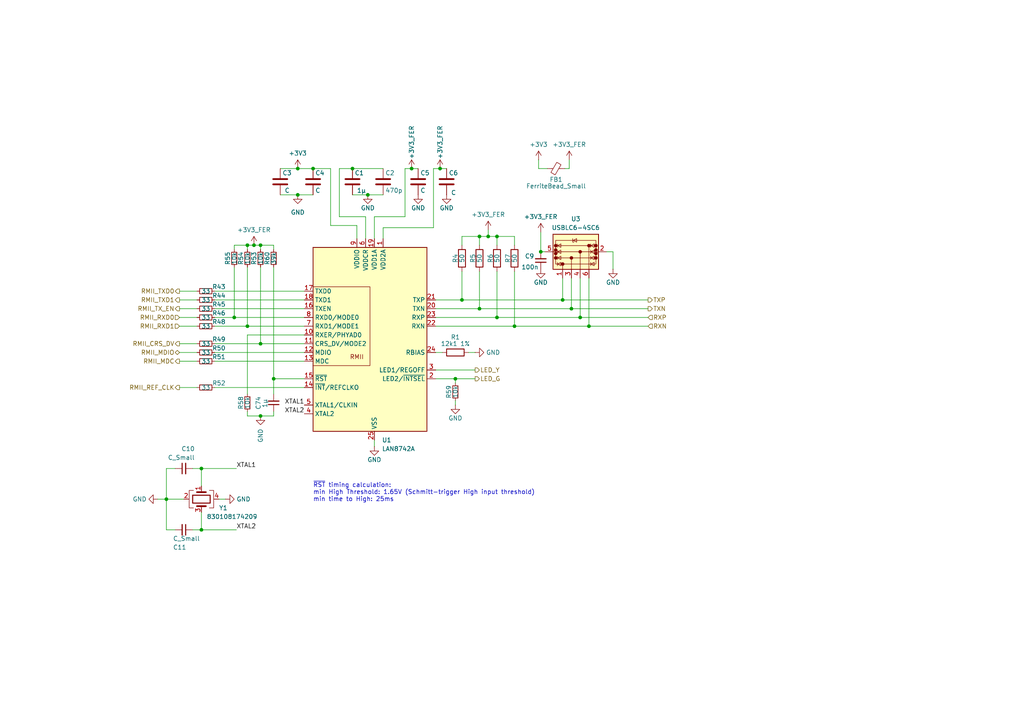
<source format=kicad_sch>
(kicad_sch (version 20231120) (generator "eeschema") (generator_version "8.0")
  (paper "A4")
  (lib_symbols
    (symbol "Device:C" (pin_numbers hide) (pin_names (offset 0.254))
      (property "Reference" "C" (at 0.635 2.54 0))
      (property "Value" "C" (at 0.635 -2.54 0))
      (symbol "C_0_1"
        (polyline (pts (xy -2.032 -0.762) (xy 2.032 -0.762)) (stroke (width 0.508)))
        (polyline (pts (xy -2.032 0.762) (xy 2.032 0.762)) (stroke (width 0.508)))
      )
      (symbol "C_1_1"
        (pin passive line (at 0 3.81 270) (length 2.794) (name "~") (number "1"))
        (pin passive line (at 0 -3.81 90) (length 2.794) (name "~") (number "2"))
      )
    )
    (symbol "Device:C_Small" (pin_numbers hide) (pin_names (offset 0.254) hide)
      (property "Reference" "C" (at 0.254 1.778 0))
      (property "Value" "C_Small" (at 0.254 -2.032 0))
      (symbol "C_Small_0_1"
        (polyline (pts (xy -1.524 -0.508) (xy 1.524 -0.508)) (stroke (width 0.3302)))
        (polyline (pts (xy -1.524 0.508) (xy 1.524 0.508)) (stroke (width 0.3048)))
      )
      (symbol "C_Small_1_1"
        (pin passive line (at 0 2.54 270) (length 2.032) (name "~") (number "1"))
        (pin passive line (at 0 -2.54 90) (length 2.032) (name "~") (number "2"))
      )
    )
    (symbol "Device:Crystal_GND24" (pin_names (offset 1.016) hide)
      (property "Reference" "Y" (at 3.175 5.08 0))
      (property "Value" "Crystal_GND24" (at 3.175 3.175 0))
      (symbol "Crystal_GND24_0_1"
        (rectangle (start -1.143 2.54) (end 1.143 -2.54) (stroke (width 0.3048)))
        (polyline (pts (xy -2.54 0) (xy -2.032 0)))
        (polyline (pts (xy -2.032 -1.27) (xy -2.032 1.27)) (stroke (width 0.508)))
        (polyline (pts (xy 0 -3.81) (xy 0 -3.556)))
        (polyline (pts (xy 0 3.556) (xy 0 3.81)))
        (polyline (pts (xy 2.032 -1.27) (xy 2.032 1.27)) (stroke (width 0.508)))
        (polyline (pts (xy 2.032 0) (xy 2.54 0)))
        (polyline (pts (xy -2.54 -2.286) (xy -2.54 -3.556) (xy 2.54 -3.556) (xy 2.54 -2.286)))
        (polyline (pts (xy -2.54 2.286) (xy -2.54 3.556) (xy 2.54 3.556) (xy 2.54 2.286)))
      )
      (symbol "Crystal_GND24_1_1"
        (pin passive line (at -3.81 0 0) (length 1.27) (name "1") (number "1"))
        (pin passive line (at 0 5.08 270) (length 1.27) (name "2") (number "2"))
        (pin passive line (at 3.81 0 180) (length 1.27) (name "3") (number "3"))
        (pin passive line (at 0 -5.08 90) (length 1.27) (name "4") (number "4"))
      )
    )
    (symbol "Device:FerriteBead_Small" (pin_numbers hide) (pin_names (offset 0))
      (property "Reference" "FB" (at 1.905 1.27 0))
      (property "Value" "FerriteBead_Small" (at 1.905 -1.27 0))
      (symbol "FerriteBead_Small_0_1"
        (polyline (pts (xy 0 -1.27) (xy 0 -0.7874)))
        (polyline (pts (xy 0 0.889) (xy 0 1.2954)))
        (polyline (pts (xy -1.8288 0.2794) (xy -1.1176 1.4986) (xy 1.8288 -0.2032) (xy 1.1176 -1.4224) (xy -1.8288 0.2794)))
      )
      (symbol "FerriteBead_Small_1_1"
        (pin passive line (at 0 2.54 270) (length 1.27) (name "~") (number "1"))
        (pin passive line (at 0 -2.54 90) (length 1.27) (name "~") (number "2"))
      )
    )
    (symbol "Device:R" (pin_numbers hide) (pin_names (offset 0))
      (property "Reference" "R" (at 2.032 0 90))
      (property "Value" "R" (at 0 0 90))
      (symbol "R_0_1"
        (rectangle (start -1.016 -2.54) (end 1.016 2.54) (stroke (width 0.254)))
      )
      (symbol "R_1_1"
        (pin passive line (at 0 3.81 270) (length 1.27) (name "~") (number "1"))
        (pin passive line (at 0 -3.81 90) (length 1.27) (name "~") (number "2"))
      )
    )
    (symbol "Device:R_Small" (pin_numbers hide) (pin_names (offset 0.254) hide)
      (property "Reference" "R" (at 0.762 0.508 0))
      (property "Value" "R_Small" (at 0.762 -1.016 0))
      (symbol "R_Small_0_1"
        (rectangle (start -0.762 1.778) (end 0.762 -1.778) (stroke (width 0.2032)))
      )
      (symbol "R_Small_1_1"
        (pin passive line (at 0 2.54 270) (length 0.762) (name "~") (number "1"))
        (pin passive line (at 0 -2.54 90) (length 0.762) (name "~") (number "2"))
      )
    )
    (symbol "Interface_Ethernet:LAN8742A"
      (property "Reference" "U" (at -13.97 29.21 0))
      (property "Value" "LAN8742A" (at 15.24 29.21 0))
      (symbol "LAN8742A_0_0"
        (text "RMII" (at -5.08 -3.81 0) (effects (font (size 1.27 1.27))))
      )
      (symbol "LAN8742A_0_1"
        (rectangle (start -17.78 27.94) (end 15.24 -25.4) (stroke (width 0.254)) (fill (type background)))
        (polyline (pts (xy -17.78 -6.35) (xy -1.27 -6.35) (xy -1.27 16.51) (xy -17.78 16.51)))
      )
      (symbol "LAN8742A_1_1"
        (pin power_in line (at 2.54 30.48 270) (length 2.54) (name "VDD2A") (number "1"))
        (pin output line (at -20.32 2.54 0) (length 2.54) (name "RXER/PHYAD0") (number "10"))
        (pin bidirectional line (at -20.32 0 0) (length 2.54) (name "CRS_DV/MODE2") (number "11"))
        (pin bidirectional line (at -20.32 -2.54 0) (length 2.54) (name "MDIO") (number "12"))
        (pin input line (at -20.32 -5.08 0) (length 2.54) (name "MDC") (number "13"))
        (pin output line (at -20.32 -12.7 0) (length 2.54) (name "~{INT}/REFCLKO") (number "14"))
        (pin input line (at -20.32 -10.16 0) (length 2.54) (name "~{RST}") (number "15"))
        (pin input line (at -20.32 10.16 0) (length 2.54) (name "TXEN") (number "16"))
        (pin input line (at -20.32 15.24 0) (length 2.54) (name "TXD0") (number "17"))
        (pin input line (at -20.32 12.7 0) (length 2.54) (name "TXD1") (number "18"))
        (pin power_in line (at 0 30.48 270) (length 2.54) (name "VDD1A") (number "19"))
        (pin bidirectional line (at 17.78 -10.16 180) (length 2.54) (name "LED2/~{INTSEL}") (number "2"))
        (pin passive line (at 17.78 10.16 180) (length 2.54) (name "TXN") (number "20"))
        (pin passive line (at 17.78 12.7 180) (length 2.54) (name "TXP") (number "21"))
        (pin passive line (at 17.78 5.08 180) (length 2.54) (name "RXN") (number "22"))
        (pin passive line (at 17.78 7.62 180) (length 2.54) (name "RXP") (number "23"))
        (pin passive line (at 17.78 -2.54 180) (length 2.54) (name "RBIAS") (number "24"))
        (pin power_in line (at 0 -27.94 90) (length 2.54) (name "VSS") (number "25"))
        (pin bidirectional line (at 17.78 -7.62 180) (length 2.54) (name "LED1/REGOFF") (number "3"))
        (pin output line (at -20.32 -20.32 0) (length 2.54) (name "XTAL2") (number "4"))
        (pin input line (at -20.32 -17.78 0) (length 2.54) (name "XTAL1/CLKIN") (number "5"))
        (pin power_in line (at -2.54 30.48 270) (length 2.54) (name "VDDCR") (number "6"))
        (pin bidirectional line (at -20.32 5.08 0) (length 2.54) (name "RXD1/MODE1") (number "7"))
        (pin bidirectional line (at -20.32 7.62 0) (length 2.54) (name "RXD0/MODE0") (number "8"))
        (pin power_in line (at -5.08 30.48 270) (length 2.54) (name "VDDIO") (number "9"))
      )
    )
    (symbol "Power_Protection:USBLC6-4SC6" (pin_names hide)
      (property "Reference" "U" (at 1.27 9.525 0))
      (property "Value" "USBLC6-4SC6" (at 1.27 6.985 0))
      (symbol "USBLC6-4SC6_0_0"
        (circle (center -3.556 2.54) (radius 0.0001) (stroke (width 0.508)))
        (circle (center -1.778 -7.112) (radius 0.0001) (stroke (width 0.508)))
        (circle (center -1.778 0) (radius 0.0001) (stroke (width 0.508)))
        (circle (center -1.778 4.572) (radius 0.0001) (stroke (width 0.508)))
        (circle (center -0.508 -7.112) (radius 0.0001) (stroke (width 0.508)))
        (circle (center -0.508 4.572) (radius 0.0001) (stroke (width 0.508)))
        (circle (center 0 -2.54) (radius 0.0001) (stroke (width 0.508)))
        (circle (center 0.508 -7.112) (radius 0.0001) (stroke (width 0.508)))
        (circle (center 0.508 4.572) (radius 0.0001) (stroke (width 0.508)))
        (circle (center 1.778 -7.112) (radius 0.0001) (stroke (width 0.508)))
        (circle (center 1.778 -5.08) (radius 0.0001) (stroke (width 0.508)))
        (circle (center 1.778 4.572) (radius 0.0001) (stroke (width 0.508)))
      )
      (symbol "USBLC6-4SC6_0_1"
        (polyline (pts (xy -5.08 -5.08) (xy 1.778 -5.08)))
        (polyline (pts (xy -5.08 -2.54) (xy 0 -2.54)))
        (polyline (pts (xy -5.08 0) (xy -1.778 0)))
        (polyline (pts (xy -5.08 2.54) (xy -3.556 2.54)))
        (polyline (pts (xy -4.064 -5.588) (xy -3.048 -5.588)))
        (polyline (pts (xy -3.048 4.064) (xy -4.064 4.064)))
        (polyline (pts (xy -2.286 -5.588) (xy -1.27 -5.588)))
        (polyline (pts (xy -2.286 4.064) (xy -1.27 4.064)))
        (polyline (pts (xy -0.508 -5.588) (xy 0.508 -5.588)))
        (polyline (pts (xy 0 5.08) (xy 0.508 4.572)))
        (polyline (pts (xy 0.508 -7.112) (xy -0.508 -7.112)))
        (polyline (pts (xy 0.508 4.064) (xy -0.508 4.064)))
        (polyline (pts (xy 1.27 4.064) (xy 2.286 4.064)))
        (polyline (pts (xy 2.286 -5.588) (xy 1.27 -5.588)))
        (polyline (pts (xy 2.794 -0.762) (xy 2.794 -0.381) (xy 3.81 -0.381)))
        (polyline (pts (xy -4.064 3.048) (xy -3.048 3.048) (xy -3.556 4.064) (xy -4.064 3.048)))
        (polyline (pts (xy -3.048 -6.604) (xy -4.064 -6.604) (xy -3.556 -5.588) (xy -3.048 -6.604)))
        (polyline (pts (xy -1.27 -6.604) (xy -2.286 -6.604) (xy -1.778 -5.588) (xy -1.27 -6.604)))
        (polyline (pts (xy -1.27 3.048) (xy -2.286 3.048) (xy -1.778 4.064) (xy -1.27 3.048)))
        (polyline (pts (xy -0.508 -6.604) (xy 0.508 -6.604) (xy 0 -5.588) (xy -0.508 -6.604)))
        (polyline (pts (xy -0.508 3.048) (xy 0.508 3.048) (xy 0 4.064) (xy -0.508 3.048)))
        (polyline (pts (xy 1.27 -6.604) (xy 2.286 -6.604) (xy 1.778 -5.588) (xy 1.27 -6.604)))
        (polyline (pts (xy 1.778 4.572) (xy 3.302 4.572) (xy 3.302 -7.112) (xy 1.778 -7.112)))
        (polyline (pts (xy 2.286 3.048) (xy 1.27 3.048) (xy 1.778 4.064) (xy 2.286 3.048)))
        (polyline (pts (xy 3.81 -1.524) (xy 2.794 -1.524) (xy 3.302 -0.508) (xy 3.81 -1.524)))
      )
      (symbol "USBLC6-4SC6_1_1"
        (rectangle (start -5.08 5.334) (end 5.08 -7.874) (stroke (width 0.254)) (fill (type background)))
        (polyline (pts (xy -1.778 4.572) (xy -3.556 4.572) (xy -3.556 -7.112) (xy -1.778 -7.112)))
        (polyline (pts (xy -0.508 4.572) (xy 1.778 4.572) (xy 1.778 -7.112) (xy 0.508 -7.112)))
        (polyline (pts (xy 0.508 -7.112) (xy 0 -6.604) (xy 0 4.064) (xy -0.508 4.572)))
        (polyline (pts (xy 0 -7.62) (xy -0.508 -7.112) (xy -1.778 -7.112) (xy -1.778 4.572) (xy -0.508 4.572)))
        (pin passive line (at -7.62 2.54 0) (length 2.54) (name "I/O1") (number "1"))
        (pin passive line (at 0 -10.16 90) (length 2.54) (name "GND") (number "2"))
        (pin passive line (at -7.62 0 0) (length 2.54) (name "I/O2") (number "3"))
        (pin passive line (at -7.62 -2.54 0) (length 2.54) (name "I/O3") (number "4"))
        (pin passive line (at 0 7.62 270) (length 2.54) (name "VBUS") (number "5"))
        (pin passive line (at -7.62 -5.08 0) (length 2.54) (name "I/O4") (number "6"))
      )
    )
    (symbol "power:+3V3" (power) (pin_numbers hide) (pin_names (offset 0) hide)
      (property "Value" "+3V3" (at 0 3.556 0))
      (symbol "+3V3_0_1"
        (polyline (pts (xy -0.762 1.27) (xy 0 2.54)))
        (polyline (pts (xy 0 0) (xy 0 2.54)))
        (polyline (pts (xy 0 2.54) (xy 0.762 1.27)))
      )
      (symbol "+3V3_1_1"
        (pin power_in line (at 0 0 90) (length 0) (name "~") (number "1"))
      )
    )
    (symbol "power:GND" (power) (pin_numbers hide) (pin_names (offset 0) hide)
      (property "Value" "GND" (at 0 -3.81 0))
      (symbol "GND_0_1"
        (polyline (pts (xy 0 0) (xy 0 -1.27) (xy 1.27 -1.27) (xy 0 -2.54) (xy -1.27 -1.27) (xy 0 -1.27)))
      )
      (symbol "GND_1_1"
        (pin power_in line (at 0 0 270) (length 0) (name "~") (number "1"))
      )
    )
  )
  (junction (at 79.375 109.855))
  (junction (at 90.805 48.895))
  (junction (at 132.08 109.855))
  (junction (at 71.755 94.615))
  (junction (at 119.38 48.895))
  (junction (at 170.815 94.615))
  (junction (at 149.225 94.615))
  (junction (at 75.565 120.65))
  (junction (at 73.66 71.12))
  (junction (at 133.985 86.995))
  (junction (at 86.36 56.515))
  (junction (at 127.635 48.895))
  (junction (at 168.275 92.075))
  (junction (at 48.26 144.78))
  (junction (at 144.145 92.075))
  (junction (at 165.735 89.535))
  (junction (at 67.945 92.075))
  (junction (at 141.605 68.58))
  (junction (at 71.755 71.12))
  (junction (at 58.42 135.89))
  (junction (at 139.065 89.535))
  (junction (at 75.565 71.12))
  (junction (at 163.195 86.995))
  (junction (at 75.565 99.695))
  (junction (at 139.065 68.58))
  (junction (at 86.36 48.895))
  (junction (at 144.145 68.58))
  (junction (at 156.845 73.025))
  (junction (at 102.235 48.895))
  (junction (at 58.42 153.67))
  (junction (at 106.68 56.515))
  (wire (pts (xy 125.73 48.895) (xy 125.73 66.04)))
  (wire (pts (xy 48.26 144.78) (xy 45.72 144.78)))
  (wire (pts (xy 139.065 68.58) (xy 141.605 68.58)))
  (wire (pts (xy 156.845 73.025) (xy 158.115 73.025)))
  (wire (pts (xy 71.755 71.12) (xy 71.755 72.39)))
  (wire (pts (xy 141.605 68.58) (xy 144.145 68.58)))
  (wire (pts (xy 170.815 80.645) (xy 170.815 94.615)))
  (wire (pts (xy 86.36 48.895) (xy 90.805 48.895)))
  (wire (pts (xy 139.065 78.74) (xy 139.065 89.535)))
  (wire (pts (xy 149.225 78.74) (xy 149.225 94.615)))
  (wire (pts (xy 165.735 89.535) (xy 187.96 89.535)))
  (wire (pts (xy 141.605 66.675) (xy 141.605 68.58)))
  (wire (pts (xy 133.985 71.12) (xy 133.985 68.58)))
  (wire (pts (xy 126.365 94.615) (xy 149.225 94.615)))
  (wire (pts (xy 71.755 97.155) (xy 71.755 114.3)))
  (wire (pts (xy 52.07 92.075) (xy 57.15 92.075)))
  (wire (pts (xy 62.23 89.535) (xy 88.265 89.535)))
  (wire (pts (xy 95.885 65.405) (xy 103.505 65.405)))
  (wire (pts (xy 62.23 92.075) (xy 67.945 92.075)))
  (wire (pts (xy 117.475 62.865) (xy 108.585 62.865)))
  (wire (pts (xy 52.07 102.235) (xy 57.15 102.235)))
  (wire (pts (xy 62.23 102.235) (xy 88.265 102.235)))
  (wire (pts (xy 52.07 94.615) (xy 57.15 94.615)))
  (wire (pts (xy 98.425 48.895) (xy 98.425 62.865)))
  (wire (pts (xy 52.07 89.535) (xy 57.15 89.535)))
  (wire (pts (xy 132.08 109.855) (xy 126.365 109.855)))
  (wire (pts (xy 156.21 48.895) (xy 158.75 48.895)))
  (wire (pts (xy 144.145 92.075) (xy 168.275 92.075)))
  (wire (pts (xy 75.565 77.47) (xy 75.565 99.695)))
  (wire (pts (xy 144.145 78.74) (xy 144.145 92.075)))
  (wire (pts (xy 79.375 72.39) (xy 79.375 71.12)))
  (wire (pts (xy 50.8 153.67) (xy 48.26 153.67)))
  (wire (pts (xy 102.235 56.515) (xy 106.68 56.515)))
  (wire (pts (xy 52.07 86.995) (xy 57.15 86.995)))
  (wire (pts (xy 165.735 80.645) (xy 165.735 89.535)))
  (wire (pts (xy 52.07 84.455) (xy 57.15 84.455)))
  (wire (pts (xy 63.5 144.78) (xy 65.405 144.78)))
  (wire (pts (xy 71.755 97.155) (xy 88.265 97.155)))
  (wire (pts (xy 156.21 46.355) (xy 156.21 48.895)))
  (wire (pts (xy 132.08 109.855) (xy 132.08 111.125)))
  (wire (pts (xy 133.985 86.995) (xy 163.195 86.995)))
  (wire (pts (xy 102.235 48.895) (xy 98.425 48.895)))
  (wire (pts (xy 81.28 48.895) (xy 86.36 48.895)))
  (wire (pts (xy 149.225 68.58) (xy 149.225 71.12)))
  (wire (pts (xy 62.23 104.775) (xy 88.265 104.775)))
  (wire (pts (xy 71.755 71.12) (xy 73.66 71.12)))
  (wire (pts (xy 67.945 92.075) (xy 88.265 92.075)))
  (wire (pts (xy 58.42 135.89) (xy 58.42 140.97)))
  (wire (pts (xy 168.275 92.075) (xy 187.96 92.075)))
  (wire (pts (xy 62.23 112.395) (xy 88.265 112.395)))
  (wire (pts (xy 62.23 84.455) (xy 88.265 84.455)))
  (wire (pts (xy 137.795 107.315) (xy 126.365 107.315)))
  (wire (pts (xy 139.065 89.535) (xy 165.735 89.535)))
  (wire (pts (xy 177.8 78.105) (xy 177.8 73.025)))
  (wire (pts (xy 163.195 86.995) (xy 187.96 86.995)))
  (wire (pts (xy 67.945 77.47) (xy 67.945 92.075)))
  (wire (pts (xy 126.365 89.535) (xy 139.065 89.535)))
  (wire (pts (xy 52.07 99.695) (xy 57.15 99.695)))
  (wire (pts (xy 102.235 48.895) (xy 111.125 48.895)))
  (wire (pts (xy 71.755 94.615) (xy 88.265 94.615)))
  (wire (pts (xy 177.8 73.025) (xy 175.895 73.025)))
  (wire (pts (xy 137.795 109.855) (xy 132.08 109.855)))
  (wire (pts (xy 52.07 104.775) (xy 57.15 104.775)))
  (wire (pts (xy 170.815 94.615) (xy 187.96 94.615)))
  (wire (pts (xy 133.985 78.74) (xy 133.985 86.995)))
  (wire (pts (xy 58.42 153.67) (xy 55.88 153.67)))
  (wire (pts (xy 95.885 48.895) (xy 95.885 65.405)))
  (wire (pts (xy 48.26 135.89) (xy 50.8 135.89)))
  (wire (pts (xy 52.07 112.395) (xy 57.15 112.395)))
  (wire (pts (xy 48.26 144.78) (xy 53.34 144.78)))
  (wire (pts (xy 163.83 48.895) (xy 165.1 48.895)))
  (wire (pts (xy 127.635 48.895) (xy 129.54 48.895)))
  (wire (pts (xy 75.565 120.65) (xy 79.375 120.65)))
  (wire (pts (xy 68.58 135.89) (xy 58.42 135.89)))
  (wire (pts (xy 125.73 48.895) (xy 127.635 48.895)))
  (wire (pts (xy 62.23 86.995) (xy 88.265 86.995)))
  (wire (pts (xy 121.285 48.895) (xy 119.38 48.895)))
  (wire (pts (xy 48.26 144.78) (xy 48.26 135.89)))
  (wire (pts (xy 125.73 66.04) (xy 111.125 66.04)))
  (wire (pts (xy 144.145 68.58) (xy 144.145 71.12)))
  (wire (pts (xy 163.195 80.645) (xy 163.195 86.995)))
  (wire (pts (xy 68.58 153.67) (xy 58.42 153.67)))
  (wire (pts (xy 71.755 77.47) (xy 71.755 94.615)))
  (wire (pts (xy 108.585 127.635) (xy 108.585 129.54)))
  (wire (pts (xy 165.1 46.355) (xy 165.1 48.895)))
  (wire (pts (xy 71.755 120.65) (xy 75.565 120.65)))
  (wire (pts (xy 103.505 65.405) (xy 103.505 69.215)))
  (wire (pts (xy 168.275 80.645) (xy 168.275 92.075)))
  (wire (pts (xy 79.375 120.65) (xy 79.375 119.38)))
  (wire (pts (xy 67.945 71.12) (xy 71.755 71.12)))
  (wire (pts (xy 126.365 92.075) (xy 144.145 92.075)))
  (wire (pts (xy 132.08 116.205) (xy 132.08 117.475)))
  (wire (pts (xy 128.27 102.235) (xy 126.365 102.235)))
  (wire (pts (xy 62.23 94.615) (xy 71.755 94.615)))
  (wire (pts (xy 75.565 99.695) (xy 88.265 99.695)))
  (wire (pts (xy 119.38 48.895) (xy 117.475 48.895)))
  (wire (pts (xy 67.945 72.39) (xy 67.945 71.12)))
  (wire (pts (xy 133.985 86.995) (xy 126.365 86.995)))
  (wire (pts (xy 156.845 67.31) (xy 156.845 73.025)))
  (wire (pts (xy 79.375 109.855) (xy 79.375 114.3)))
  (wire (pts (xy 133.985 68.58) (xy 139.065 68.58)))
  (wire (pts (xy 79.375 77.47) (xy 79.375 109.855)))
  (wire (pts (xy 71.755 119.38) (xy 71.755 120.65)))
  (wire (pts (xy 106.045 62.865) (xy 106.045 69.215)))
  (wire (pts (xy 48.26 153.67) (xy 48.26 144.78)))
  (wire (pts (xy 79.375 109.855) (xy 88.265 109.855)))
  (wire (pts (xy 98.425 62.865) (xy 106.045 62.865)))
  (wire (pts (xy 149.225 94.615) (xy 170.815 94.615)))
  (wire (pts (xy 139.065 68.58) (xy 139.065 71.12)))
  (wire (pts (xy 75.565 71.12) (xy 75.565 72.39)))
  (wire (pts (xy 86.36 56.515) (xy 90.805 56.515)))
  (wire (pts (xy 117.475 48.895) (xy 117.475 62.865)))
  (wire (pts (xy 144.145 68.58) (xy 149.225 68.58)))
  (wire (pts (xy 55.88 135.89) (xy 58.42 135.89)))
  (wire (pts (xy 137.795 102.235) (xy 135.89 102.235)))
  (wire (pts (xy 73.66 71.12) (xy 75.565 71.12)))
  (wire (pts (xy 111.125 66.04) (xy 111.125 69.215)))
  (wire (pts (xy 90.805 48.895) (xy 95.885 48.895)))
  (wire (pts (xy 58.42 148.59) (xy 58.42 153.67)))
  (wire (pts (xy 62.23 99.695) (xy 75.565 99.695)))
  (wire (pts (xy 81.28 56.515) (xy 86.36 56.515)))
  (wire (pts (xy 79.375 71.12) (xy 75.565 71.12)))
  (wire (pts (xy 106.68 56.515) (xy 111.125 56.515)))
  (wire (pts (xy 108.585 62.865) (xy 108.585 69.215)))
  (text "~{RST} timing calculation:\nmin High Threshold: 1.65V (Schmitt-trigger High input threshold)\nmin time to High: 25ms" (at 90.805 142.875 0) (effects (font (size 1.27 1.27)) (justify left)))
  (label "XTAL2" (at 88.265 120.015 180))
  (label "XTAL2" (at 68.58 153.67 0))
  (label "XTAL1" (at 88.265 117.475 180))
  (label "XTAL1" (at 68.58 135.89 0))
  (hierarchical_label "RMII_CRS_DV" (shape output) (at 52.07 99.695 180))
  (hierarchical_label "RMII_TXD1" (shape output) (at 52.07 86.995 180))
  (hierarchical_label "RMII_MDIO" (shape bidirectional) (at 52.07 102.235 180))
  (hierarchical_label "RMII_TXD0" (shape output) (at 52.07 84.455 180))
  (hierarchical_label "LED_Y" (shape output) (at 137.795 107.315 0))
  (hierarchical_label "RMII_TX_EN" (shape output) (at 52.07 89.535 180))
  (hierarchical_label "RMII_REF_CLK" (shape output) (at 52.07 112.395 180))
  (hierarchical_label "LED_G" (shape output) (at 137.795 109.855 0))
  (hierarchical_label "RXN" (shape input) (at 187.96 94.615 0))
  (hierarchical_label "RXP" (shape input) (at 187.96 92.075 0))
  (hierarchical_label "RMII_MDC" (shape output) (at 52.07 104.775 180))
  (hierarchical_label "TXN" (shape output) (at 187.96 89.535 0))
  (hierarchical_label "RMII_RXD1" (shape input) (at 52.07 94.615 180))
  (hierarchical_label "RMII_RXD0" (shape input) (at 52.07 92.075 180))
  (hierarchical_label "TXP" (shape output) (at 187.96 86.995 0))
  (symbol (lib_id "Device:R") (at 133.985 74.93 180) (unit 1)
    (property "Reference" "R4" (at 132.08 74.93 90))
    (property "Value" "50" (at 133.985 74.93 90))
    (property "Description" "Resistor" (effects (hide yes)))
  )
  (symbol (lib_id "power:GND") (at 132.08 117.475 0) (unit 1)
    (property "Reference" "#PWR0134" (effects (hide yes)))
    (property "Value" "GND" (at 132.08 121.285 0))
    (property "Description" "Power symbol creates a global label with name \"GND\" , ground" (effects (hide yes)))
  )
  (symbol (lib_id "Device:R_Small") (at 59.69 99.695 90) (unit 1)
    (property "Reference" "R49" (at 63.5 98.425 90))
    (property "Value" "33" (at 59.69 99.695 90))
    (property "Description" "Resistor, small symbol" (effects (hide yes)))
  )
  (symbol (lib_id "Device:R_Small") (at 59.69 104.775 90) (unit 1)
    (property "Reference" "R51" (at 63.5 103.505 90))
    (property "Value" "33" (at 59.69 104.775 90))
    (property "Description" "Resistor, small symbol" (effects (hide yes)))
  )
  (symbol (lib_id "power:GND") (at 108.585 129.54 0) (unit 1)
    (property "Reference" "#PWR07" (effects (hide yes)))
    (property "Value" "GND" (at 108.585 133.35 0))
    (property "Description" "Power symbol creates a global label with name \"GND\" , ground" (effects (hide yes)))
  )
  (symbol (lib_id "Device:C_Small") (at 53.34 153.67 270) (unit 1)
    (property "Reference" "C11" (at 50.165 158.75 90) (effects (justify left)))
    (property "Value" "C_Small" (at 50.165 156.21 90) (effects (justify left)))
    (property "Description" "Unpolarized capacitor, small symbol" (effects (hide yes)))
  )
  (symbol (lib_id "Device:R_Small") (at 132.08 113.665 180) (unit 1)
    (property "Reference" "R59" (at 130.175 113.665 90))
    (property "Value" "10k" (at 132.08 113.665 90))
    (property "Description" "Resistor, small symbol" (effects (hide yes)))
  )
  (symbol (lib_id "Device:R_Small") (at 71.755 74.93 180) (unit 1)
    (property "Reference" "R54" (at 69.85 74.93 90))
    (property "Value" "10k" (at 71.755 74.93 90))
    (property "Description" "Resistor, small symbol" (effects (hide yes)))
  )
  (symbol (lib_id "Device:R_Small") (at 75.565 74.93 180) (unit 1)
    (property "Reference" "R53" (at 73.66 74.93 90))
    (property "Value" "10k" (at 75.565 74.93 90))
    (property "Description" "Resistor, small symbol" (effects (hide yes)))
  )
  (symbol (lib_id "Device:R_Small") (at 67.945 74.93 180) (unit 1)
    (property "Reference" "R55" (at 66.04 74.93 90))
    (property "Value" "10k" (at 67.945 74.93 90))
    (property "Description" "Resistor, small symbol" (effects (hide yes)))
  )
  (symbol (lib_id "Device:R_Small") (at 71.755 116.84 180) (unit 1)
    (property "Reference" "R58" (at 69.85 116.84 90))
    (property "Value" "10k" (at 71.755 116.84 90))
    (property "Description" "Resistor, small symbol" (effects (hide yes)))
  )
  (symbol (lib_id "Interface_Ethernet:LAN8742A") (at 108.585 99.695 0) (unit 1)
    (property "Reference" "U1" (at 110.7791 127.635 0) (effects (justify left)))
    (property "Value" "LAN8742A" (at 110.7791 130.175 0) (effects (justify left)))
    (property "Footprint" "Package_DFN_QFN:VQFN-24-1EP_4x4mm_P0.5mm_EP2.5x2.5mm_ThermalVias" (effects (hide yes)))
    (property "Datasheet" "http://ww1.microchip.com/downloads/en/DeviceDoc/8742a.pdf" (effects (hide yes)))
    (property "Description" "LAN8720 Ethernet PHY with RMII interface, QFN-24" (effects (hide yes)))
  )
  (symbol (lib_id "power:+3V3") (at 86.36 48.895 0) (unit 1)
    (property "Reference" "#PWR08" (effects (hide yes)))
    (property "Value" "+3V3" (at 86.36 44.45 0))
    (property "Description" "Power symbol creates a global label with name \"+3V3\"" (effects (hide yes)))
  )
  (symbol (lib_id "power:+3V3") (at 156.845 67.31 0) (unit 1)
    (property "Reference" "#PWR016" (effects (hide yes)))
    (property "Value" "+3V3_FER" (at 156.845 62.865 0))
    (property "Description" "Power symbol creates a global label with name \"+3V3\"" (effects (hide yes)))
  )
  (symbol (lib_id "power:+3V3") (at 141.605 66.675 0) (unit 1)
    (property "Reference" "#PWR015" (effects (hide yes)))
    (property "Value" "+3V3_FER" (at 141.605 62.23 0))
    (property "Description" "Power symbol creates a global label with name \"+3V3\"" (effects (hide yes)))
  )
  (symbol (lib_id "Device:R") (at 132.08 102.235 90) (unit 1)
    (property "Reference" "R1" (at 132.08 97.79 90))
    (property "Value" "12k1 1%" (at 132.08 99.695 90))
    (property "Description" "Resistor" (effects (hide yes)))
  )
  (symbol (lib_id "power:+3V3") (at 156.21 46.355 0) (unit 1)
    (property "Reference" "#PWR011" (effects (hide yes)))
    (property "Value" "+3V3" (at 156.21 41.91 0))
    (property "Description" "Power symbol creates a global label with name \"+3V3\"" (effects (hide yes)))
  )
  (symbol (lib_id "Device:C") (at 81.28 52.705 0) (unit 1)
    (property "Reference" "C3" (at 81.915 50.165 0) (effects (justify left)))
    (property "Value" "C" (at 82.55 55.245 0) (effects (justify left)))
    (property "Description" "Unpolarized capacitor" (effects (hide yes)))
  )
  (symbol (lib_id "power:+3V3") (at 165.1 46.355 0) (unit 1)
    (property "Reference" "#PWR012" (effects (hide yes)))
    (property "Value" "+3V3_FER" (at 165.1 41.91 0))
    (property "Description" "Power symbol creates a global label with name \"+3V3\"" (effects (hide yes)))
  )
  (symbol (lib_id "Device:R_Small") (at 59.69 86.995 90) (unit 1)
    (property "Reference" "R44" (at 63.5 85.725 90))
    (property "Value" "33" (at 59.69 86.995 90))
    (property "Description" "Resistor, small symbol" (effects (hide yes)))
  )
  (symbol (lib_id "power:GND") (at 75.565 120.65 0) (unit 1)
    (property "Reference" "#PWR0135" (effects (hide yes)))
    (property "Value" "GND" (at 75.565 126.365 90))
    (property "Description" "Power symbol creates a global label with name \"GND\" , ground" (effects (hide yes)))
  )
  (symbol (lib_id "Device:R_Small") (at 59.69 102.235 90) (unit 1)
    (property "Reference" "R50" (at 63.5 100.965 90))
    (property "Value" "33" (at 59.69 102.235 90))
    (property "Description" "Resistor, small symbol" (effects (hide yes)))
  )
  (symbol (lib_id "Device:R") (at 149.225 74.93 180) (unit 1)
    (property "Reference" "R7" (at 147.32 74.93 90))
    (property "Value" "50" (at 149.225 74.93 90))
    (property "Description" "Resistor" (effects (hide yes)))
  )
  (symbol (lib_id "Device:C") (at 90.805 52.705 0) (unit 1)
    (property "Reference" "C4" (at 91.44 50.165 0) (effects (justify left)))
    (property "Value" "C" (at 91.44 55.245 0) (effects (justify left)))
    (property "Description" "Unpolarized capacitor" (effects (hide yes)))
  )
  (symbol (lib_id "power:GND") (at 177.8 78.105 0) (unit 1)
    (property "Reference" "#PWR018" (effects (hide yes)))
    (property "Value" "GND" (at 177.8 81.915 0))
    (property "Description" "Power symbol creates a global label with name \"GND\" , ground" (effects (hide yes)))
  )
  (symbol (lib_id "power:GND") (at 45.72 144.78 270) (mirror x) (unit 1)
    (property "Reference" "#PWR023" (effects (hide yes)))
    (property "Value" "GND" (at 42.545 144.7801 90) (effects (justify right)))
    (property "Description" "Power symbol creates a global label with name \"GND\" , ground" (effects (hide yes)))
  )
  (symbol (lib_id "power:+3V3") (at 73.66 71.12 0) (unit 1)
    (property "Reference" "#PWR0131" (effects (hide yes)))
    (property "Value" "+3V3_FER" (at 73.66 66.675 0))
    (property "Description" "Power symbol creates a global label with name \"+3V3\"" (effects (hide yes)))
  )
  (symbol (lib_id "power:GND") (at 65.405 144.78 90) (mirror x) (unit 1)
    (property "Reference" "#PWR022" (effects (hide yes)))
    (property "Value" "GND" (at 68.58 144.7801 90) (effects (justify right)))
    (property "Description" "Power symbol creates a global label with name \"GND\" , ground" (effects (hide yes)))
  )
  (symbol (lib_id "Device:C") (at 111.125 52.705 0) (unit 1)
    (property "Reference" "C2" (at 111.76 50.165 0) (effects (justify left)))
    (property "Value" "470p" (at 111.76 55.245 0) (effects (justify left)))
    (property "Description" "Unpolarized capacitor" (effects (hide yes)))
  )
  (symbol (lib_id "power:GND") (at 156.845 78.105 0) (unit 1)
    (property "Reference" "#PWR019" (effects (hide yes)))
    (property "Value" "GND" (at 156.845 81.915 0))
    (property "Description" "Power symbol creates a global label with name \"GND\" , ground" (effects (hide yes)))
  )
  (symbol (lib_id "Device:R_Small") (at 59.69 94.615 90) (unit 1)
    (property "Reference" "R48" (at 63.5 93.345 90))
    (property "Value" "33" (at 59.69 94.615 90))
    (property "Description" "Resistor, small symbol" (effects (hide yes)))
  )
  (symbol (lib_id "Device:R_Small") (at 59.69 112.395 90) (unit 1)
    (property "Reference" "R52" (at 63.5 111.125 90))
    (property "Value" "33" (at 59.69 112.395 90))
    (property "Description" "Resistor, small symbol" (effects (hide yes)))
  )
  (symbol (lib_id "Power_Protection:USBLC6-4SC6") (at 165.735 73.025 90) (unit 1)
    (property "Reference" "U3" (at 167.005 63.5 90))
    (property "Value" "USBLC6-4SC6" (at 167.005 66.04 90))
    (property "Footprint" "Package_TO_SOT_SMD:SOT-23-6" (effects (hide yes)))
    (property "Datasheet" "https://www.st.com/resource/en/datasheet/usblc6-4.pdf" (effects (hide yes)))
    (property "Description" "Very low capacitance ESD protection diode, 4 data-line, SOT-23-6" (effects (hide yes)))
  )
  (symbol (lib_id "Device:C_Small") (at 53.34 135.89 90) (unit 1)
    (property "Reference" "C10" (at 56.515 130.175 90) (effects (justify left)))
    (property "Value" "C_Small" (at 56.515 132.715 90) (effects (justify left)))
    (property "Description" "Unpolarized capacitor, small symbol" (effects (hide yes)))
  )
  (symbol (lib_id "power:GND") (at 121.285 56.515 0) (unit 1)
    (property "Reference" "#PWR04" (effects (hide yes)))
    (property "Value" "GND" (at 121.285 60.325 0))
    (property "Description" "Power symbol creates a global label with name \"GND\" , ground" (effects (hide yes)))
  )
  (symbol (lib_id "power:GND") (at 129.54 56.515 0) (unit 1)
    (property "Reference" "#PWR05" (effects (hide yes)))
    (property "Value" "GND" (at 129.54 60.325 0))
    (property "Description" "Power symbol creates a global label with name \"GND\" , ground" (effects (hide yes)))
  )
  (symbol (lib_id "Device:R_Small") (at 59.69 89.535 90) (unit 1)
    (property "Reference" "R45" (at 63.5 88.265 90))
    (property "Value" "33" (at 59.69 89.535 90))
    (property "Description" "Resistor, small symbol" (effects (hide yes)))
  )
  (symbol (lib_id "Device:R_Small") (at 59.69 84.455 90) (unit 1)
    (property "Reference" "R43" (at 63.5 83.185 90))
    (property "Value" "33" (at 59.69 84.455 90))
    (property "Description" "Resistor, small symbol" (effects (hide yes)))
  )
  (symbol (lib_id "power:+3V3") (at 119.38 48.895 0) (unit 1)
    (property "Reference" "#PWR020" (effects (hide yes)))
    (property "Value" "+3V3_FER" (at 119.38 41.275 90))
    (property "Description" "Power symbol creates a global label with name \"+3V3\"" (effects (hide yes)))
  )
  (symbol (lib_id "power:GND") (at 86.36 56.515 0) (unit 1)
    (property "Reference" "#PWR03" (effects (hide yes)))
    (property "Value" "GND" (at 86.36 61.595 0))
    (property "Description" "Power symbol creates a global label with name \"GND\" , ground" (effects (hide yes)))
  )
  (symbol (lib_id "power:GND") (at 137.795 102.235 90) (unit 1)
    (property "Reference" "#PWR02" (effects (hide yes)))
    (property "Value" "GND" (at 140.97 102.2349 90) (effects (justify right)))
    (property "Description" "Power symbol creates a global label with name \"GND\" , ground" (effects (hide yes)))
  )
  (symbol (lib_id "Device:R") (at 144.145 74.93 180) (unit 1)
    (property "Reference" "R6" (at 142.24 74.93 90))
    (property "Value" "50" (at 144.145 74.93 90))
    (property "Description" "Resistor" (effects (hide yes)))
  )
  (symbol (lib_id "Device:C") (at 129.54 52.705 0) (unit 1)
    (property "Reference" "C6" (at 130.175 50.165 0) (effects (justify left)))
    (property "Value" "C" (at 130.81 55.88 0) (effects (justify left)))
    (property "Description" "Unpolarized capacitor" (effects (hide yes)))
  )
  (symbol (lib_id "Device:R_Small") (at 59.69 92.075 90) (unit 1)
    (property "Reference" "R46" (at 63.5 90.805 90))
    (property "Value" "33" (at 59.69 92.075 90))
    (property "Description" "Resistor, small symbol" (effects (hide yes)))
  )
  (symbol (lib_id "Device:Crystal_GND24") (at 58.42 144.78 90) (mirror x) (unit 1)
    (property "Reference" "Y1" (at 64.77 147.32 90))
    (property "Value" "830108174209" (at 67.31 149.86 90))
    (property "Footprint" "Crystal:Crystal_SMD_3225-4Pin_3.2x2.5mm" (effects (hide yes)))
    (property "Datasheet" "https://www.we-online.com/components/products/datasheet/830108174209.pdf" (effects (hide yes)))
    (property "Description" "Four pin crystal, GND on pins 2 and 4" (effects (hide yes)))
  )
  (symbol (lib_id "Device:C") (at 121.285 52.705 0) (unit 1)
    (property "Reference" "C5" (at 121.92 50.165 0) (effects (justify left)))
    (property "Value" "C" (at 121.92 55.245 0) (effects (justify left)))
    (property "Description" "Unpolarized capacitor" (effects (hide yes)))
  )
  (symbol (lib_id "Device:R_Small") (at 79.375 74.93 180) (unit 1)
    (property "Reference" "R60" (at 77.47 74.93 90))
    (property "Value" "39k" (at 79.375 74.93 90))
    (property "Description" "Resistor, small symbol" (effects (hide yes)))
  )
  (symbol (lib_id "Device:C_Small") (at 156.845 75.565 180) (unit 1)
    (property "Reference" "C9" (at 154.94 74.295 0) (effects (justify left)))
    (property "Value" "100n" (at 156.21 77.47 0) (effects (justify left)))
    (property "Description" "Unpolarized capacitor, small symbol" (effects (hide yes)))
  )
  (symbol (lib_id "power:GND") (at 106.68 56.515 0) (unit 1)
    (property "Reference" "#PWR06" (effects (hide yes)))
    (property "Value" "GND" (at 106.68 60.325 0))
    (property "Description" "Power symbol creates a global label with name \"GND\" , ground" (effects (hide yes)))
  )
  (symbol (lib_id "Device:C") (at 102.235 52.705 0) (unit 1)
    (property "Reference" "C1" (at 102.87 50.165 0) (effects (justify left)))
    (property "Value" "1µ" (at 103.505 55.245 0) (effects (justify left)))
    (property "Description" "Unpolarized capacitor" (effects (hide yes)))
  )
  (symbol (lib_id "Device:R") (at 139.065 74.93 180) (unit 1)
    (property "Reference" "R5" (at 137.16 74.93 90))
    (property "Value" "50" (at 139.065 74.93 90))
    (property "Description" "Resistor" (effects (hide yes)))
  )
  (symbol (lib_id "Device:FerriteBead_Small") (at 161.29 48.895 90) (unit 1)
    (property "Reference" "FB1" (at 161.29 52.07 90))
    (property "Value" "FerriteBead_Small" (at 161.29 53.975 90))
    (property "Description" "Ferrite bead, small symbol" (effects (hide yes)))
  )
  (symbol (lib_id "power:+3V3") (at 127.635 48.895 0) (unit 1)
    (property "Reference" "#PWR021" (effects (hide yes)))
    (property "Value" "+3V3_FER" (at 127.635 41.275 90))
    (property "Description" "Power symbol creates a global label with name \"+3V3\"" (effects (hide yes)))
  )
  (symbol (lib_id "Device:C_Small") (at 79.375 116.84 180) (unit 1)
    (property "Reference" "C74" (at 74.93 114.935 90) (effects (justify left)))
    (property "Value" "1µ" (at 76.835 115.57 90) (effects (justify left)))
    (property "Description" "Unpolarized capacitor, small symbol" (effects (hide yes)))
  )
)
</source>
